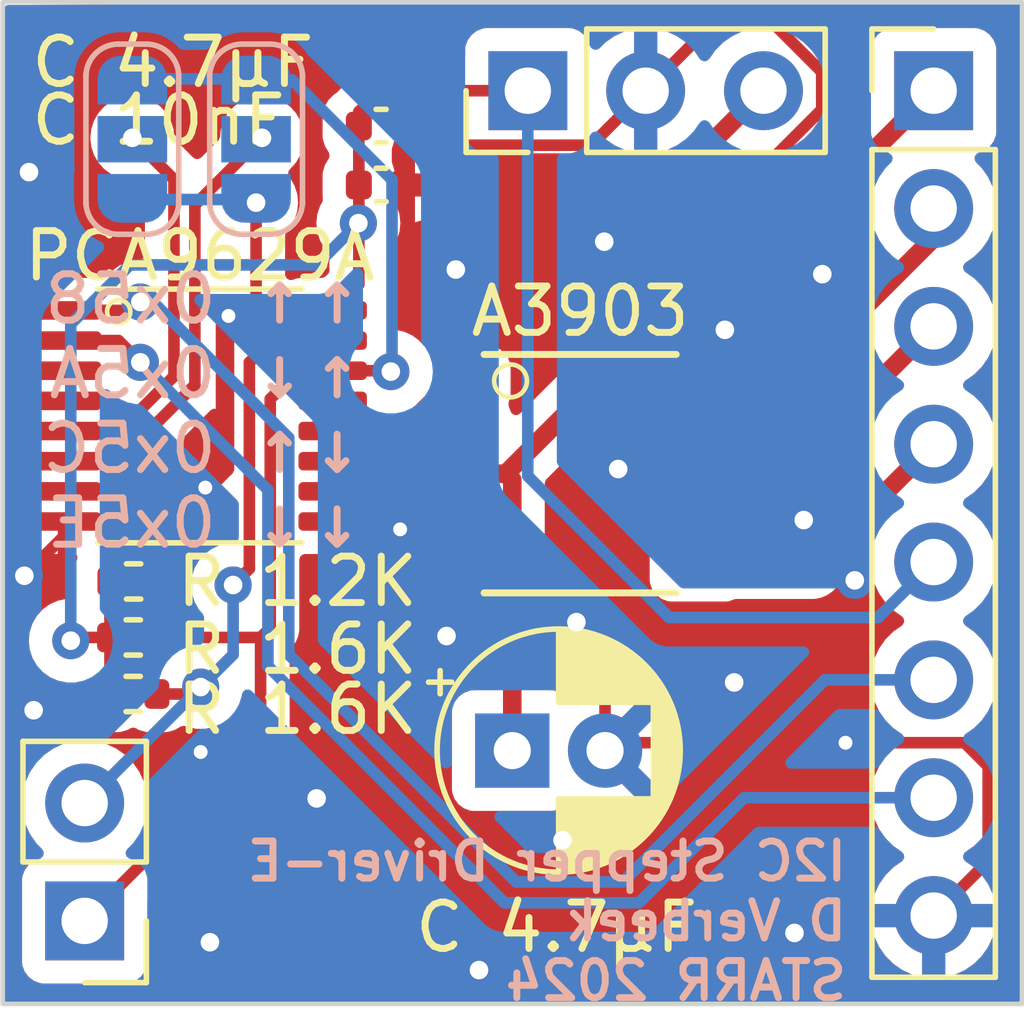
<source format=kicad_pcb>
(kicad_pcb (version 20240108) (generator "pcbnew") (generator_version "8.0")
  (layers (0 "F.Cu" signal) (31 "B.Cu" signal) (34 "B.Paste" user) (35 "F.Paste" user) (36 "B.SilkS" user "B.Silkscreen") (37 "F.SilkS" user "F.Silkscreen") (38 "B.Mask" user) (39 "F.Mask" user) (44 "Edge.Cuts" user))
  (net 0 "")
  (net 1 "+5V")
  (net 2 "GND")
  (net 3 "+12V")
  (net 4 "Net-(J1-Pin_1)")
  (net 5 "Net-(J1-Pin_2)")
  (net 6 "Net-(J1-Pin_3)")
  (net 7 "Net-(J1-Pin_4)")
  (net 8 "Net-(J1-Pin_6)")
  (net 9 "Net-(J1-Pin_7)")
  (net 10 "I2C_SCL")
  (net 11 "I2C_SDA")
  (net 12 "Net-(U1-RESET)")
  (net 15 "Net-(U1-OUT3)")
  (net 16 "Net-(U1-OUT2)")
  (net 17 "Net-(U1-OUT1)")
  (net 18 "Net-(U1-OUT0)")
  (net 20 "Net-(JP1-C)")
  (net 21 "Net-(JP2-C)")
  (footprint "Package_SO:SSOP-10_3.9x4.9mm_P1.00mm" (layer "F.Cu") (at 68.58 25.4)
    (property "Reference" "A3903" (at 0 -3.5 0) (layer "F.SilkS"))
    (property "Value" "~" (hide yes))
    (fp_line (start -2.07 -2.57) (end 2.07 -2.57) (stroke (width 0.15)) (layer "F.SilkS"))
    (fp_line (start -2.07 2.57) (end 2.07 2.57) (stroke (width 0.15)) (layer "F.SilkS"))
    (fp_circle (center -1.5 -2) (end -1.75 -2.25) (stroke (width 0.1)) (fill none) (layer "F.SilkS"))
    (pad "1" smd rect (at -2.55 -2) (size 1.1 0.51) (layers "F.Cu" "F.Paste" "F.Mask") (net 18 "Net-(U1-OUT0)"))
    (pad "2" smd rect (at -2.55 -1) (size 1.1 0.51) (layers "F.Cu" "F.Paste" "F.Mask") (net 17 "Net-(U1-OUT1)"))
    (pad "3" smd rect (at -2.55 0) (size 1.1 0.51) (layers "F.Cu" "F.Paste" "F.Mask") (net 3 "+12V"))
    (pad "4" smd rect (at -2.55 1) (size 1.1 0.51) (layers "F.Cu" "F.Paste" "F.Mask") (net 16 "Net-(U1-OUT2)"))
    (pad "5" smd rect (at -2.55 2) (size 1.1 0.51) (layers "F.Cu" "F.Paste" "F.Mask") (net 15 "Net-(U1-OUT3)"))
    (pad "6" smd rect (at 2.55 2) (size 1.1 0.51) (layers "F.Cu" "F.Paste" "F.Mask") (net 7 "Net-(J1-Pin_4)"))
    (pad "7" smd rect (at 2.55 1) (size 1.1 0.51) (layers "F.Cu" "F.Paste" "F.Mask") (net 6 "Net-(J1-Pin_3)"))
    (pad "8" smd rect (at 2.55 0) (size 1.1 0.51) (layers "F.Cu" "F.Paste" "F.Mask") (net 2 "GND"))
    (pad "9" smd rect (at 2.55 -1) (size 1.1 0.51) (layers "F.Cu" "F.Paste" "F.Mask") (net 5 "Net-(J1-Pin_2)"))
    (pad "10" smd rect (at 2.55 -2) (size 1.1 0.51) (layers "F.Cu" "F.Paste" "F.Mask") (net 4 "Net-(J1-Pin_1)"))
  )
  (footprint "Resistor_SMD:R_0402_1005Metric" (layer "F.Cu") (at 58.9554 27.723)
    (property "Reference" "R 1.2K" (at 3.5286 0 180) (layer "F.SilkS"))
    (property "Value" "1.2k" (hide yes))
    (fp_line (start -0.153641 -0.38) (end 0.153641 -0.38) (stroke (width 0.12)) (layer "F.SilkS"))
    (fp_line (start -0.153641 0.38) (end 0.153641 0.38) (stroke (width 0.12)) (layer "F.SilkS"))
    (pad "1" smd roundrect (at -0.51 0) (size 0.54 0.64) (layers "F.Cu" "F.Paste" "F.Mask") (net 1 "+5V"))
    (pad "2" smd roundrect (at 0.51 0) (size 0.54 0.64) (layers "F.Cu" "F.Paste" "F.Mask") (net 12 "Net-(U1-RESET)"))
  )
  (footprint "Capacitor_THT:CP_Radial_D5.0mm_P2.00mm" (layer "F.Cu") (at 67.116888 31.369)
    (property "Reference" "C 4.7µF" (at 0.955112 3.81 0) (layer "F.SilkS"))
    (property "Value" "4.7 μF" (hide yes))
    (fp_line (start -1.804775 -1.475) (end -1.304775 -1.475) (stroke (width 0.12)) (layer "F.SilkS"))
    (fp_line (start -1.554775 -1.725) (end -1.554775 -1.225) (stroke (width 0.12)) (layer "F.SilkS"))
    (fp_line (start 1 -2.58) (end 1 -1.04) (stroke (width 0.12)) (layer "F.SilkS"))
    (fp_line (start 1 1.04) (end 1 2.58) (stroke (width 0.12)) (layer "F.SilkS"))
    (fp_line (start 1.04 -2.58) (end 1.04 -1.04) (stroke (width 0.12)) (layer "F.SilkS"))
    (fp_line (start 1.04 1.04) (end 1.04 2.58) (stroke (width 0.12)) (layer "F.SilkS"))
    (fp_line (start 1.08 -2.579) (end 1.08 -1.04) (stroke (width 0.12)) (layer "F.SilkS"))
    (fp_line (start 1.08 1.04) (end 1.08 2.579) (stroke (width 0.12)) (layer "F.SilkS"))
    (fp_line (start 1.12 -2.578) (end 1.12 -1.04) (stroke (width 0.12)) (layer "F.SilkS"))
    (fp_line (start 1.12 1.04) (end 1.12 2.578) (stroke (width 0.12)) (layer "F.SilkS"))
    (fp_line (start 1.16 -2.576) (end 1.16 -1.04) (stroke (width 0.12)) (layer "F.SilkS"))
    (fp_line (start 1.16 1.04) (end 1.16 2.576) (stroke (width 0.12)) (layer "F.SilkS"))
    (fp_line (start 1.2 -2.573) (end 1.2 -1.04) (stroke (width 0.12)) (layer "F.SilkS"))
    (fp_line (start 1.2 1.04) (end 1.2 2.573) (stroke (width 0.12)) (layer "F.SilkS"))
    (fp_line (start 1.24 -2.569) (end 1.24 -1.04) (stroke (width 0.12)) (layer "F.SilkS"))
    (fp_line (start 1.24 1.04) (end 1.24 2.569) (stroke (width 0.12)) (layer "F.SilkS"))
    (fp_line (start 1.28 -2.565) (end 1.28 -1.04) (stroke (width 0.12)) (layer "F.SilkS"))
    (fp_line (start 1.28 1.04) (end 1.28 2.565) (stroke (width 0.12)) (layer "F.SilkS"))
    (fp_line (start 1.32 -2.561) (end 1.32 -1.04) (stroke (width 0.12)) (layer "F.SilkS"))
    (fp_line (start 1.32 1.04) (end 1.32 2.561) (stroke (width 0.12)) (layer "F.SilkS"))
    (fp_line (start 1.36 -2.556) (end 1.36 -1.04) (stroke (width 0.12)) (layer "F.SilkS"))
    (fp_line (start 1.36 1.04) (end 1.36 2.556) (stroke (width 0.12)) (layer "F.SilkS"))
    (fp_line (start 1.4 -2.55) (end 1.4 -1.04) (stroke (width 0.12)) (layer "F.SilkS"))
    (fp_line (start 1.4 1.04) (end 1.4 2.55) (stroke (width 0.12)) (layer "F.SilkS"))
    (fp_line (start 1.44 -2.543) (end 1.44 -1.04) (stroke (width 0.12)) (layer "F.SilkS"))
    (fp_line (start 1.44 1.04) (end 1.44 2.543) (stroke (width 0.12)) (layer "F.SilkS"))
    (fp_line (start 1.48 -2.536) (end 1.48 -1.04) (stroke (width 0.12)) (layer "F.SilkS"))
    (fp_line (start 1.48 1.04) (end 1.48 2.536) (stroke (width 0.12)) (layer "F.SilkS"))
    (fp_line (start 1.52 -2.528) (end 1.52 -1.04) (stroke (width 0.12)) (layer "F.SilkS"))
    (fp_line (start 1.52 1.04) (end 1.52 2.528) (stroke (width 0.12)) (layer "F.SilkS"))
    (fp_line (start 1.56 -2.52) (end 1.56 -1.04) (stroke (width 0.12)) (layer "F.SilkS"))
    (fp_line (start 1.56 1.04) (end 1.56 2.52) (stroke (width 0.12)) (layer "F.SilkS"))
    (fp_line (start 1.6 -2.511) (end 1.6 -1.04) (stroke (width 0.12)) (layer "F.SilkS"))
    (fp_line (start 1.6 1.04) (end 1.6 2.511) (stroke (width 0.12)) (layer "F.SilkS"))
    (fp_line (start 1.64 -2.501) (end 1.64 -1.04) (stroke (width 0.12)) (layer "F.SilkS"))
    (fp_line (start 1.64 1.04) (end 1.64 2.501) (stroke (width 0.12)) (layer "F.SilkS"))
    (fp_line (start 1.68 -2.491) (end 1.68 -1.04) (stroke (width 0.12)) (layer "F.SilkS"))
    (fp_line (start 1.68 1.04) (end 1.68 2.491) (stroke (width 0.12)) (layer "F.SilkS"))
    (fp_line (start 1.721 -2.48) (end 1.721 -1.04) (stroke (width 0.12)) (layer "F.SilkS"))
    (fp_line (start 1.721 1.04) (end 1.721 2.48) (stroke (width 0.12)) (layer "F.SilkS"))
    (fp_line (start 1.761 -2.468) (end 1.761 -1.04) (stroke (width 0.12)) (layer "F.SilkS"))
    (fp_line (start 1.761 1.04) (end 1.761 2.468) (stroke (width 0.12)) (layer "F.SilkS"))
    (fp_line (start 1.801 -2.455) (end 1.801 -1.04) (stroke (width 0.12)) (layer "F.SilkS"))
    (fp_line (start 1.801 1.04) (end 1.801 2.455) (stroke (width 0.12)) (layer "F.SilkS"))
    (fp_line (start 1.841 -2.442) (end 1.841 -1.04) (stroke (width 0.12)) (layer "F.SilkS"))
    (fp_line (start 1.841 1.04) (end 1.841 2.442) (stroke (width 0.12)) (layer "F.SilkS"))
    (fp_line (start 1.881 -2.428) (end 1.881 -1.04) (stroke (width 0.12)) (layer "F.SilkS"))
    (fp_line (start 1.881 1.04) (end 1.881 2.428) (stroke (width 0.12)) (layer "F.SilkS"))
    (fp_line (start 1.921 -2.414) (end 1.921 -1.04) (stroke (width 0.12)) (layer "F.SilkS"))
    (fp_line (start 1.921 1.04) (end 1.921 2.414) (stroke (width 0.12)) (layer "F.SilkS"))
    (fp_line (start 1.961 -2.398) (end 1.961 -1.04) (stroke (width 0.12)) (layer "F.SilkS"))
    (fp_line (start 1.961 1.04) (end 1.961 2.398) (stroke (width 0.12)) (layer "F.SilkS"))
    (fp_line (start 2.001 -2.382) (end 2.001 -1.04) (stroke (width 0.12)) (layer "F.SilkS"))
    (fp_line (start 2.001 1.04) (end 2.001 2.382) (stroke (width 0.12)) (layer "F.SilkS"))
    (fp_line (start 2.041 -2.365) (end 2.041 -1.04) (stroke (width 0.12)) (layer "F.SilkS"))
    (fp_line (start 2.041 1.04) (end 2.041 2.365) (stroke (width 0.12)) (layer "F.SilkS"))
    (fp_line (start 2.081 -2.348) (end 2.081 -1.04) (stroke (width 0.12)) (layer "F.SilkS"))
    (fp_line (start 2.081 1.04) (end 2.081 2.348) (stroke (width 0.12)) (layer "F.SilkS"))
    (fp_line (start 2.121 -2.329) (end 2.121 -1.04) (stroke (width 0.12)) (layer "F.SilkS"))
    (fp_line (start 2.121 1.04) (end 2.121 2.329) (stroke (width 0.12)) (layer "F.SilkS"))
    (fp_line (start 2.161 -2.31) (end 2.161 -1.04) (stroke (width 0.12)) (layer "F.SilkS"))
    (fp_line (start 2.161 1.04) (end 2.161 2.31) (stroke (width 0.12)) (layer "F.SilkS"))
    (fp_line (start 2.201 -2.29) (end 2.201 -1.04) (stroke (width 0.12)) (layer "F.SilkS"))
    (fp_line (start 2.201 1.04) (end 2.201 2.29) (stroke (width 0.12)) (layer "F.SilkS"))
    (fp_line (start 2.241 -2.268) (end 2.241 -1.04) (stroke (width 0.12)) (layer "F.SilkS"))
    (fp_line (start 2.241 1.04) (end 2.241 2.268) (stroke (width 0.12)) (layer "F.SilkS"))
    (fp_line (start 2.281 -2.247) (end 2.281 -1.04) (stroke (width 0.12)) (layer "F.SilkS"))
    (fp_line (start 2.281 1.04) (end 2.281 2.247) (stroke (width 0.12)) (layer "F.SilkS"))
    (fp_line (start 2.321 -2.224) (end 2.321 -1.04) (stroke (width 0.12)) (layer "F.SilkS"))
    (fp_line (start 2.321 1.04) (end 2.321 2.224) (stroke (width 0.12)) (layer "F.SilkS"))
    (fp_line (start 2.361 -2.2) (end 2.361 -1.04) (stroke (width 0.12)) (layer "F.SilkS"))
    (fp_line (start 2.361 1.04) (end 2.361 2.2) (stroke (width 0.12)) (layer "F.SilkS"))
    (fp_line (start 2.401 -2.175) (end 2.401 -1.04) (stroke (width 0.12)) (layer "F.SilkS"))
    (fp_line (start 2.401 1.04) (end 2.401 2.175) (stroke (width 0.12)) (layer "F.SilkS"))
    (fp_line (start 2.441 -2.149) (end 2.441 -1.04) (stroke (width 0.12)) (layer "F.SilkS"))
    (fp_line (start 2.441 1.04) (end 2.441 2.149) (stroke (width 0.12)) (layer "F.SilkS"))
    (fp_line (start 2.481 -2.122) (end 2.481 -1.04) (stroke (width 0.12)) (layer "F.SilkS"))
    (fp_line (start 2.481 1.04) (end 2.481 2.122) (stroke (width 0.12)) (layer "F.SilkS"))
    (fp_line (start 2.521 -2.095) (end 2.521 -1.04) (stroke (width 0.12)) (layer "F.SilkS"))
    (fp_line (start 2.521 1.04) (end 2.521 2.095) (stroke (width 0.12)) (layer "F.SilkS"))
    (fp_line (start 2.561 -2.065) (end 2.561 -1.04) (stroke (width 0.12)) (layer "F.SilkS"))
    (fp_line (start 2.561 1.04) (end 2.561 2.065) (stroke (width 0.12)) (layer "F.SilkS"))
    (fp_line (start 2.601 -2.035) (end 2.601 -1.04) (stroke (width 0.12)) (layer "F.SilkS"))
    (fp_line (start 2.601 1.04) (end 2.601 2.035) (stroke (width 0.12)) (layer "F.SilkS"))
    (fp_line (start 2.641 -2.004) (end 2.641 -1.04) (stroke (width 0.12)) (layer "F.SilkS"))
    (fp_line (start 2.641 1.04) (end 2.641 2.004) (stroke (width 0.12)) (layer "F.SilkS"))
    (fp_line (start 2.681 -1.971) (end 2.681 -1.04) (stroke (width 0.12)) (layer "F.SilkS"))
    (fp_line (start 2.681 1.04) (end 2.681 1.971) (stroke (width 0.12)) (layer "F.SilkS"))
    (fp_line (start 2.721 -1.937) (end 2.721 -1.04) (stroke (width 0.12)) (layer "F.SilkS"))
    (fp_line (start 2.721 1.04) (end 2.721 1.937) (stroke (width 0.12)) (layer "F.SilkS"))
    (fp_line (start 2.761 -1.901) (end 2.761 -1.04) (stroke (width 0.12)) (layer "F.SilkS"))
    (fp_line (start 2.761 1.04) (end 2.761 1.901) (stroke (width 0.12)) (layer "F.SilkS"))
    (fp_line (start 2.801 -1.864) (end 2.801 -1.04) (stroke (width 0.12)) (layer "F.SilkS"))
    (fp_line (start 2.801 1.04) (end 2.801 1.864) (stroke (width 0.12)) (layer "F.SilkS"))
    (fp_line (start 2.841 -1.826) (end 2.841 -1.04) (stroke (width 0.12)) (layer "F.SilkS"))
    (fp_line (start 2.841 1.04) (end 2.841 1.826) (stroke (width 0.12)) (layer "F.SilkS"))
    (fp_line (start 2.881 -1.785) (end 2.881 -1.04) (stroke (width 0.12)) (layer "F.SilkS"))
    (fp_line (start 2.881 1.04) (end 2.881 1.785) (stroke (width 0.12)) (layer "F.SilkS"))
    (fp_line (start 2.921 -1.743) (end 2.921 -1.04) (stroke (width 0.12)) (layer "F.SilkS"))
    (fp_line (start 2.921 1.04) (end 2.921 1.743) (stroke (width 0.12)) (layer "F.SilkS"))
    (fp_line (start 2.961 -1.699) (end 2.961 -1.04) (stroke (width 0.12)) (layer "F.SilkS"))
    (fp_line (start 2.961 1.04) (end 2.961 1.699) (stroke (width 0.12)) (layer "F.SilkS"))
    (fp_line (start 3.001 -1.653) (end 3.001 -1.04) (stroke (width 0.12)) (layer "F.SilkS"))
    (fp_line (start 3.001 1.04) (end 3.001 1.653) (stroke (width 0.12)) (layer "F.SilkS"))
    (fp_line (start 3.041 -1.605) (end 3.041 1.605) (stroke (width 0.12)) (layer "F.SilkS"))
    (fp_line (start 3.081 -1.554) (end 3.081 1.554) (stroke (width 0.12)) (layer "F.SilkS"))
    (fp_line (start 3.121 -1.5) (end 3.121 1.5) (stroke (width 0.12)) (layer "F.SilkS"))
    (fp_line (start 3.161 -1.443) (end 3.161 1.443) (stroke (width 0.12)) (layer "F.SilkS"))
    (fp_line (start 3.201 -1.383) (end 3.201 1.383) (stroke (width 0.12)) (layer "F.SilkS"))
    (fp_line (start 3.241 -1.319) (end 3.241 1.319) (stroke (width 0.12)) (layer "F.SilkS"))
    (fp_line (start 3.281 -1.251) (end 3.281 1.251) (stroke (width 0.12)) (layer "F.SilkS"))
    (fp_line (start 3.321 -1.178) (end 3.321 1.178) (stroke (width 0.12)) (layer "F.SilkS"))
    (fp_line (start 3.361 -1.098) (end 3.361 1.098) (stroke (width 0.12)) (layer "F.SilkS"))
    (fp_line (start 3.401 -1.011) (end 3.401 1.011) (stroke (width 0.12)) (layer "F.SilkS"))
    (fp_line (start 3.441 -0.915) (end 3.441 0.915) (stroke (width 0.12)) (layer "F.SilkS"))
    (fp_line (start 3.481 -0.805) (end 3.481 0.805) (stroke (width 0.12)) (layer "F.SilkS"))
    (fp_line (start 3.521 -0.677) (end 3.521 0.677) (stroke (width 0.12)) (layer "F.SilkS"))
    (fp_line (start 3.561 -0.518) (end 3.561 0.518) (stroke (width 0.12)) (layer "F.SilkS"))
    (fp_line (start 3.601 -0.284) (end 3.601 0.284) (stroke (width 0.12)) (layer "F.SilkS"))
    (fp_circle (center 1 0) (end 3.62 0) (stroke (width 0.12)) (fill none) (layer "F.SilkS"))
    (pad "1" thru_hole rect (at 0 0) (size 1.6 1.6) (drill 0.8) (layers "*.Cu" "*.Mask") (net 3 "+12V"))
    (pad "2" thru_hole circle (at 2 0) (size 1.6 1.6) (drill 0.8) (layers "*.Cu" "*.Mask") (net 2 "GND"))
  )
  (footprint "Connector_PinHeader_2.54mm:PinHeader_1x03_P2.54mm_Vertical" (layer "F.Cu") (at 67.452 17.145 90)
    (property "Reference" "J3" (hide yes))
    (property "Value" "Conn_01x03_Pin" (hide yes))
    (fp_line (start -1.33 -1.33) (end 0 -1.33) (stroke (width 0.12)) (layer "F.SilkS"))
    (fp_line (start -1.33 0) (end -1.33 -1.33) (stroke (width 0.12)) (layer "F.SilkS"))
    (fp_line (start 1.33 1.27) (end 1.33 6.41) (stroke (width 0.12)) (layer "F.SilkS"))
    (fp_line (start -1.33 1.27) (end 1.33 1.27) (stroke (width 0.12)) (layer "F.SilkS"))
    (fp_line (start -1.33 1.27) (end -1.33 6.41) (stroke (width 0.12)) (layer "F.SilkS"))
    (fp_line (start -1.33 6.41) (end 1.33 6.41) (stroke (width 0.12)) (layer "F.SilkS"))
    (pad "1" thru_hole rect (at 0 0 90) (size 1.7 1.7) (drill 1) (layers "*.Cu" "*.Mask") (net 1 "+5V"))
    (pad "2" thru_hole oval (at 0 2.54 90) (size 1.7 1.7) (drill 1) (layers "*.Cu" "*.Mask") (net 2 "GND"))
    (pad "3" thru_hole oval (at 0 5.08 90) (size 1.7 1.7) (drill 1) (layers "*.Cu" "*.Mask") (net 3 "+12V"))
  )
  (footprint "Package_SO:TSSOP-16_4.4x5mm_P0.65mm" (layer "F.Cu") (at 60.3835 24.156)
    (property "Reference" "PCA9629A" (at 0 -3.45 0) (layer "F.SilkS"))
    (property "Value" "~" (hide yes))
    (fp_line (start 0 -2.735) (end -2.2 -2.735) (stroke (width 0.12)) (layer "F.SilkS"))
    (fp_line (start 0 -2.735) (end 2.2 -2.735) (stroke (width 0.12)) (layer "F.SilkS"))
    (fp_line (start 0 2.735) (end -2.2 2.735) (stroke (width 0.12)) (layer "F.SilkS"))
    (fp_line (start 0 2.735) (end 2.2 2.735) (stroke (width 0.12)) (layer "F.SilkS"))
    (fp_circle (center -1.75 -2.25) (end -1.5 -2.25) (stroke (width 0.1)) (fill none) (layer "F.SilkS"))
    (pad "1" smd roundrect (at -2.8625 -2.275) (size 1.475 0.4) (layers "F.Cu" "F.Paste" "F.Mask") (net 8 "Net-(J1-Pin_6)"))
    (pad "2" smd roundrect (at -2.8625 -1.625) (size 1.475 0.4) (layers "F.Cu" "F.Paste" "F.Mask") (net 9 "Net-(J1-Pin_7)"))
    (pad "3" smd roundrect (at -2.8625 -0.975) (size 1.475 0.4) (layers "F.Cu" "F.Paste" "F.Mask"))
    (pad "4" smd roundrect (at -2.8625 -0.325) (size 1.475 0.4) (layers "F.Cu" "F.Paste" "F.Mask"))
    (pad "5" smd roundrect (at -2.8625 0.325) (size 1.475 0.4) (layers "F.Cu" "F.Paste" "F.Mask") (net 21 "Net-(JP2-C)"))
    (pad "6" smd roundrect (at -2.8625 0.975) (size 1.475 0.4) (layers "F.Cu" "F.Paste" "F.Mask") (net 20 "Net-(JP1-C)"))
    (pad "7" smd roundrect (at -2.8625 1.625) (size 1.475 0.4) (layers "F.Cu" "F.Paste" "F.Mask") (net 12 "Net-(U1-RESET)"))
    (pad "8" smd roundrect (at -2.8625 2.275) (size 1.475 0.4) (layers "F.Cu" "F.Paste" "F.Mask") (net 2 "GND"))
    (pad "9" smd roundrect (at 2.8625 2.275) (size 1.475 0.4) (layers "F.Cu" "F.Paste" "F.Mask") (net 15 "Net-(U1-OUT3)"))
    (pad "10" smd roundrect (at 2.8625 1.625) (size 1.475 0.4) (layers "F.Cu" "F.Paste" "F.Mask") (net 16 "Net-(U1-OUT2)"))
    (pad "11" smd roundrect (at 2.8625 0.975) (size 1.475 0.4) (layers "F.Cu" "F.Paste" "F.Mask") (net 17 "Net-(U1-OUT1)"))
    (pad "12" smd roundrect (at 2.8625 0.325) (size 1.475 0.4) (layers "F.Cu" "F.Paste" "F.Mask") (net 18 "Net-(U1-OUT0)"))
    (pad "13" smd roundrect (at 2.8625 -0.325) (size 1.475 0.4) (layers "F.Cu" "F.Paste" "F.Mask"))
    (pad "14" smd roundrect (at 2.8625 -0.975) (size 1.475 0.4) (layers "F.Cu" "F.Paste" "F.Mask") (net 10 "I2C_SCL"))
    (pad "15" smd roundrect (at 2.8625 -1.625) (size 1.475 0.4) (layers "F.Cu" "F.Paste" "F.Mask") (net 11 "I2C_SDA"))
    (pad "16" smd roundrect (at 2.8625 -2.275) (size 1.475 0.4) (layers "F.Cu" "F.Paste" "F.Mask") (net 1 "+5V"))
  )
  (footprint "Capacitor_SMD:C_0402_1005Metric" (layer "F.Cu") (at 64.29 19.177)
    (property "Reference" "C 10nF" (at -4.79838 -1.397 0) (layer "F.SilkS"))
    (property "Value" "0.01 μF" (hide yes))
    (fp_line (start -0.107836 -0.36) (end 0.107836 -0.36) (stroke (width 0.12)) (layer "F.SilkS"))
    (fp_line (start -0.107836 0.36) (end 0.107836 0.36) (stroke (width 0.12)) (layer "F.SilkS"))
    (pad "1" smd roundrect (at -0.48 0) (size 0.56 0.62) (layers "F.Cu" "F.Paste" "F.Mask") (net 1 "+5V"))
    (pad "2" smd roundrect (at 0.48 0) (size 0.56 0.62) (layers "F.Cu" "F.Paste" "F.Mask") (net 2 "GND"))
  )
  (footprint "Connector_PinHeader_2.54mm:PinHeader_1x08_P2.54mm_Vertical" (layer "F.Cu") (at 76.2 17.145)
    (property "Reference" "J1" (hide yes))
    (property "Value" "Conn_02x04_Counter_Clockwise" (hide yes))
    (fp_line (start -1.33 -1.33) (end 0 -1.33) (stroke (width 0.12)) (layer "F.SilkS"))
    (fp_line (start -1.33 0) (end -1.33 -1.33) (stroke (width 0.12)) (layer "F.SilkS"))
    (fp_line (start -1.33 1.27) (end -1.33 19.11) (stroke (width 0.12)) (layer "F.SilkS"))
    (fp_line (start -1.33 1.27) (end 1.33 1.27) (stroke (width 0.12)) (layer "F.SilkS"))
    (fp_line (start -1.33 19.11) (end 1.33 19.11) (stroke (width 0.12)) (layer "F.SilkS"))
    (fp_line (start 1.33 1.27) (end 1.33 19.11) (stroke (width 0.12)) (layer "F.SilkS"))
    (pad "1" thru_hole rect (at 0 0) (size 1.7 1.7) (drill 1) (layers "*.Cu" "*.Mask") (net 4 "Net-(J1-Pin_1)"))
    (pad "2" thru_hole oval (at 0 2.54) (size 1.7 1.7) (drill 1) (layers "*.Cu" "*.Mask") (net 5 "Net-(J1-Pin_2)"))
    (pad "3" thru_hole oval (at 0 5.08) (size 1.7 1.7) (drill 1) (layers "*.Cu" "*.Mask") (net 6 "Net-(J1-Pin_3)"))
    (pad "4" thru_hole oval (at 0 7.62) (size 1.7 1.7) (drill 1) (layers "*.Cu" "*.Mask") (net 7 "Net-(J1-Pin_4)"))
    (pad "5" thru_hole oval (at 0 10.16) (size 1.7 1.7) (drill 1) (layers "*.Cu" "*.Mask") (net 1 "+5V"))
    (pad "6" thru_hole oval (at 0 12.7) (size 1.7 1.7) (drill 1) (layers "*.Cu" "*.Mask") (net 8 "Net-(J1-Pin_6)"))
    (pad "7" thru_hole oval (at 0 15.24) (size 1.7 1.7) (drill 1) (layers "*.Cu" "*.Mask") (net 9 "Net-(J1-Pin_7)"))
    (pad "8" thru_hole oval (at 0 17.78) (size 1.7 1.7) (drill 1) (layers "*.Cu" "*.Mask") (net 2 "GND"))
  )
  (footprint "Capacitor_SMD:C_0402_1005Metric" (layer "F.Cu") (at 64.29 17.907)
    (property "Reference" "C 4.7µF" (at -4.488857 -1.3716 0) (layer "F.SilkS"))
    (property "Value" "4.7 μF" (hide yes))
    (fp_line (start -0.107836 -0.36) (end 0.107836 -0.36) (stroke (width 0.12)) (layer "F.SilkS"))
    (fp_line (start -0.107836 0.36) (end 0.107836 0.36) (stroke (width 0.12)) (layer "F.SilkS"))
    (pad "1" smd roundrect (at -0.48 0) (size 0.56 0.62) (layers "F.Cu" "F.Paste" "F.Mask") (net 1 "+5V"))
    (pad "2" smd roundrect (at 0.48 0) (size 0.56 0.62) (layers "F.Cu" "F.Paste" "F.Mask") (net 2 "GND"))
  )
  (footprint "Resistor_SMD:R_0402_1005Metric" (layer "F.Cu") (at 58.9477 28.9306 180)
    (property "Reference" "R 1.6K" (at -3.5363 -0.254 0) (layer "F.SilkS"))
    (property "Value" "1.6k" (hide yes))
    (fp_line (start -0.153641 0.38) (end 0.153641 0.38) (stroke (width 0.12)) (layer "F.SilkS"))
    (fp_line (start -0.153641 -0.38) (end 0.153641 -0.38) (stroke (width 0.12)) (layer "F.SilkS"))
    (pad "1" smd roundrect (at -0.51 0 180) (size 0.54 0.64) (layers "F.Cu" "F.Paste" "F.Mask") (net 10 "I2C_SCL"))
    (pad "2" smd roundrect (at 0.51 0 180) (size 0.54 0.64) (layers "F.Cu" "F.Paste" "F.Mask") (net 1 "+5V"))
  )
  (footprint "Connector_PinHeader_2.54mm:PinHeader_1x02_P2.54mm_Vertical" (layer "F.Cu") (at 57.9 35.04 180)
    (property "Reference" "J2" (hide yes))
    (property "Value" "Conn_01x02_Pin" (hide yes))
    (fp_line (start 1.33 1.27) (end 1.33 3.87) (stroke (width 0.12)) (layer "F.SilkS"))
    (fp_line (start -1.33 3.87) (end 1.33 3.87) (stroke (width 0.12)) (layer "F.SilkS"))
    (fp_line (start -1.33 1.27) (end 1.33 1.27) (stroke (width 0.12)) (layer "F.SilkS"))
    (fp_line (start -1.33 1.27) (end -1.33 3.87) (stroke (width 0.12)) (layer "F.SilkS"))
    (fp_line (start -1.33 0) (end -1.33 -1.33) (stroke (width 0.12)) (layer "F.SilkS"))
    (fp_line (start -1.33 -1.33) (end 0 -1.33) (stroke (width 0.12)) (layer "F.SilkS"))
    (pad "1" thru_hole rect (at 0 0 180) (size 1.7 1.7) (drill 1) (layers "*.Cu" "*.Mask") (net 10 "I2C_SCL"))
    (pad "2" thru_hole oval (at 0 2.54 180) (size 1.7 1.7) (drill 1) (layers "*.Cu" "*.Mask") (net 11 "I2C_SDA"))
  )
  (footprint "Resistor_SMD:R_0402_1005Metric" (layer "F.Cu") (at 58.9457 30.1498)
    (property "Reference" "R 1.6K" (at 3.5383 0.3302 0) (layer "F.SilkS"))
    (property "Value" "1.6k" (hide yes))
    (fp_line (start -0.153641 -0.38) (end 0.153641 -0.38) (stroke (width 0.12)) (layer "F.SilkS"))
    (fp_line (start -0.153641 0.38) (end 0.153641 0.38) (stroke (width 0.12)) (layer "F.SilkS"))
    (pad "1" smd roundrect (at -0.51 0) (size 0.54 0.64) (layers "F.Cu" "F.Paste" "F.Mask") (net 1 "+5V"))
    (pad "2" smd roundrect (at 0.51 0) (size 0.54 0.64) (layers "F.Cu" "F.Paste" "F.Mask") (net 11 "I2C_SDA"))
  )
  (footprint "Jumper:SolderJumper-3_P1.3mm_Open_RoundedPad1.0x1.5mm_NumberLabels" (layer "B.Cu") (at 61.595 18.191 90)
    (property "Reference" "JP1" (hide yes))
    (property "Value" "SolderJumper_3_Open" (hide yes))
    (fp_line (start -1.4 -1) (end 1.4 -1) (stroke (width 0.12)) (layer "B.SilkS"))
    (fp_line (start 2.05 -0.3) (end 2.05 0.3) (stroke (width 0.12)) (layer "B.SilkS"))
    (fp_line (start -2.05 0.3) (end -2.05 -0.3) (stroke (width 0.12)) (layer "B.SilkS"))
    (fp_line (start 1.4 1) (end -1.4 1) (stroke (width 0.12)) (layer "B.SilkS"))
    (fp_arc (start 1.35 -1) (mid 1.844975 -0.794975) (end 2.05 -0.3) (stroke (width 0.12)) (layer "B.SilkS"))
    (fp_arc (start -2.05 -0.3) (mid -1.844975 -0.794975) (end -1.35 -1) (stroke (width 0.12)) (layer "B.SilkS"))
    (fp_arc (start 2.05 0.3) (mid 1.844975 0.794975) (end 1.35 1) (stroke (width 0.12)) (layer "B.SilkS"))
    (fp_arc (start -1.35 1) (mid -1.844975 0.794975) (end -2.05 0.3) (stroke (width 0.12)) (layer "B.SilkS"))
    (pad "1" smd custom (at -1.3 0 90) (size 1 0.5) (layers "B.Cu" "B.Mask") (net 11 "I2C_SDA") (options (clearance outline) (anchor rect)) (primitives (gr_circle (center 0 -0.25) (end 0.5 -0.25) (width 0) (fill yes)) (gr_circle (center 0 0.25) (end 0.5 0.25) (width 0) (fill yes)) (gr_poly (pts (xy 0.55 -0.75) (xy 0 -0.75) (xy 0 0.75) (xy 0.55 0.75)) (width 0) (fill yes))))
    (pad "2" smd rect (at 0 0 90) (size 1 1.5) (layers "B.Cu" "B.Mask") (net 20 "Net-(JP1-C)"))
    (pad "3" smd custom (at 1.3 0 90) (size 1 0.5) (layers "B.Cu" "B.Mask") (net 10 "I2C_SCL") (options (clearance outline) (anchor rect)) (primitives (gr_circle (center 0 -0.25) (end 0.5 -0.25) (width 0) (fill yes)) (gr_circle (center 0 0.25) (end 0.5 0.25) (width 0) (fill yes)) (gr_poly (pts (xy 0 -0.75) (xy -0.55 -0.75) (xy -0.55 0.75) (xy 0 0.75)) (width 0) (fill yes))))
  )
  (footprint "Jumper:SolderJumper-3_P1.3mm_Open_RoundedPad1.0x1.5mm_NumberLabels" (layer "B.Cu") (at 58.928 18.191 -90)
    (property "Reference" "JP2" (hide yes))
    (property "Value" "SolderJumper_3_Open" (hide yes))
    (fp_line (start 1.4 1) (end -1.4 1) (stroke (width 0.12)) (layer "B.SilkS"))
    (fp_line (start -2.05 0.3) (end -2.05 -0.3) (stroke (width 0.12)) (layer "B.SilkS"))
    (fp_line (start 2.05 -0.3) (end 2.05 0.3) (stroke (width 0.12)) (layer "B.SilkS"))
    (fp_line (start -1.4 -1) (end 1.4 -1) (stroke (width 0.12)) (layer "B.SilkS"))
    (fp_arc (start -1.35 1) (mid -1.844975 0.794975) (end -2.05 0.3) (stroke (width 0.12)) (layer "B.SilkS"))
    (fp_arc (start 2.05 0.3) (mid 1.844975 0.794975) (end 1.35 1) (stroke (width 0.12)) (layer "B.SilkS"))
    (fp_arc (start -2.05 -0.3) (mid -1.844975 -0.794975) (end -1.35 -1) (stroke (width 0.12)) (layer "B.SilkS"))
    (fp_arc (start 1.35 -1) (mid 1.844975 -0.794975) (end 2.05 -0.3) (stroke (width 0.12)) (layer "B.SilkS"))
    (pad "1" smd custom (at -1.3 0 270) (size 1 0.5) (layers "B.Cu" "B.Mask") (net 10 "I2C_SCL") (options (clearance outline) (anchor rect)) (primitives (gr_circle (center 0 -0.25) (end 0.5 -0.25) (width 0) (fill yes)) (gr_circle (center 0 0.25) (end 0.5 0.25) (width 0) (fill yes)) (gr_poly (pts (xy 0.55 -0.75) (xy 0 -0.75) (xy 0 0.75) (xy 0.55 0.75)) (width 0) (fill yes))))
    (pad "2" smd rect (at 0 0 270) (size 1 1.5) (layers "B.Cu" "B.Mask") (net 21 "Net-(JP2-C)"))
    (pad "3" smd custom (at 1.3 0 270) (size 1 0.5) (layers "B.Cu" "B.Mask") (net 11 "I2C_SDA") (options (clearance outline) (anchor rect)) (primitives (gr_circle (center 0 -0.25) (end 0.5 -0.25) (width 0) (fill yes)) (gr_circle (center 0 0.25) (end 0.5 0.25) (width 0) (fill yes)) (gr_poly (pts (xy 0 -0.75) (xy -0.55 -0.75) (xy -0.55 0.75) (xy 0 0.75)) (width 0) (fill yes))))
  )
  (gr_rect (start 56.134 15.24) (end 78.105 36.83) (stroke (width 0.1)) (fill none) (layer "Edge.Cuts"))
  (gr_text "I2C Stepper Driver-E\nD Verbeek\nSTARR 2024" (at 74.4 36.8 0) (layer "B.SilkS") (effects (font (size 0.8 0.8)) (justify left bottom mirror)))
  (gr_text "↑↑ 0x58\n↑↓ 0x5A\n↓↑ 0x5C\n↓↓ 0x5E" (at 64.0588 27.051 0) (layer "B.SilkS") (effects (font (size 1 1)) (justify left bottom mirror)))
  (segment (start 58.4454 27.723) (end 58.4454 30.1401) (width 0.25) (layer "F.Cu") (net 1))
  (segment (start 63.81 21.317) (end 63.246 21.881) (width 0.25) (layer "F.Cu") (net 1))
  (segment (start 64.262001 17.145) (end 63.81 17.597001) (width 0.25) (layer "F.Cu") (net 1))
  (segment (start 63.81 20.01) (end 63.81 20.89) (width 0.25) (layer "F.Cu") (net 1))
  (segment (start 64.262001 17.145) (end 67.452 17.145) (width 0.25) (layer "F.Cu") (net 1))
  (segment (start 63.81 19.177) (end 63.81 19.99) (width 0.25) (layer "F.Cu") (net 1))
  (segment (start 63.81 20.91) (end 63.81 21.317) (width 0.25) (layer "F.Cu") (net 1))
  (segment (start 63.81 17.907) (end 63.81 19.177) (width 0.25) (layer "F.Cu") (net 1))
  (segment (start 63.8 20.9) (end 63.81 20.91) (width 0.25) (layer "F.Cu") (net 1))
  (segment (start 63.8 20) (end 63.81 20.01) (width 0.25) (layer "F.Cu") (net 1))
  (segment (start 63.81 20.89) (end 63.8 20.9) (width 0.25) (layer "F.Cu") (net 1))
  (segment (start 63.81 19.99) (end 63.8 20) (width 0.25) (layer "F.Cu") (net 1))
  (segment (start 57.6694 28.9306) (end 57.6 29) (width 0.25) (layer "F.Cu") (net 1))
  (segment (start 63.81 17.597001) (end 63.81 17.907) (width 0.25) (layer "F.Cu") (net 1))
  (segment (start 58.4377 28.9306) (end 57.6694 28.9306) (width 0.25) (layer "F.Cu") (net 1))
  (via (at 57.6 29) (size 0.8) (drill 0.4) (layers "F.Cu" "B.Cu") (net 1))
  (via (at 63.8 20) (size 0.8) (drill 0.4) (layers "F.Cu" "B.Cu") (net 1))
  (segment (start 57.6 22.174695) (end 57.6 29) (width 0.25) (layer "B.Cu") (net 1))
  (segment (start 58.874695 20.9) (end 62.9 20.9) (width 0.25) (layer "B.Cu") (net 1))
  (segment (start 62.9 20.9) (end 63.8 20) (width 0.25) (layer "B.Cu") (net 1))
  (segment (start 67.452 17.145) (end 67.452 25.452) (width 0.25) (layer "B.Cu") (net 1))
  (segment (start 70.5 28.5) (end 75.005 28.5) (width 0.25) (layer "B.Cu") (net 1))
  (segment (start 67.452 25.452) (end 70.5 28.5) (width 0.25) (layer "B.Cu") (net 1))
  (segment (start 58.874695 20.9) (end 57.6 22.174695) (width 0.25) (layer "B.Cu") (net 1))
  (segment (start 75.005 28.5) (end 76.2 27.305) (width 0.25) (layer "B.Cu") (net 1))
  (segment (start 71.643 15.494) (end 69.992 17.145) (width 0.25) (layer "F.Cu") (net 2))
  (segment (start 56.7 18.9) (end 56.3835 19.2165) (width 0.4) (layer "F.Cu") (net 2))
  (segment (start 56.4145 26.431) (end 56.3835 26.4) (width 0.25) (layer "F.Cu") (net 2))
  (segment (start 69.4 25.3) (end 69.4 25.362462) (width 0.25) (layer "F.Cu") (net 2))
  (segment (start 56.3835 19.2165) (end 56.3835 26.4) (width 0.4) (layer "F.Cu") (net 2))
  (segment (start 76.2 34.925) (end 77.375 33.75) (width 0.25) (layer "F.Cu") (net 2))
  (segment (start 57.521 26.431) (end 57.521 26.679) (width 0.25) (layer "F.Cu") (net 2))
  (segment (start 76.866701 31.2) (end 74.3 31.2) (width 0.25) (layer "F.Cu") (net 2))
  (segment (start 69.116888 25.72065) (end 69.116888 26.7) (width 0.25) (layer "F.Cu") (net 2))
  (segment (start 70.261231 22.861231) (end 71.755 21.367462) (width 0.25) (layer "F.Cu") (net 2))
  (segment (start 69.337538 25.3) (end 69.4 25.3) (width 0.25) (layer "F.Cu") (net 2))
  (segment (start 77.375 33.75) (end 77.375 31.708299) (width 0.25) (layer "F.Cu") (net 2))
  (segment (start 69.4 25.362462) (end 69.437538 25.4) (width 0.25) (layer "F.Cu") (net 2))
  (segment (start 60.925 22.075) (end 60.925 25.275) (width 0.4) (layer "F.Cu") (net 2))
  (segment (start 69.116888 26.7) (end 69.116888 31.369) (width 0.25) (layer "F.Cu") (net 2))
  (segment (start 57.521 26.431) (end 56.4145 26.431) (width 0.25) (layer "F.Cu") (net 2))
  (segment (start 56.3835 26.4) (end 56.3835 27.3835) (width 0.4) (layer "F.Cu") (net 2))
  (segment (start 65.183 18.32) (end 68.817 18.32) (width 0.25) (layer "F.Cu") (net 2))
  (segment (start 71.755 21.367462) (end 71.755 19.583701) (width 0.25) (layer "F.Cu") (net 2))
  (segment (start 64.77 17.907) (end 64.77 19.177) (width 0.25) (layer "F.Cu") (net 2))
  (segment (start 69.4 25.3) (end 69.4 24.7) (width 0.25) (layer "F.Cu") (net 2))
  (segment (start 69.4 24.7) (end 69.4 23.722462) (width 0.25) (layer "F.Cu") (net 2))
  (segment (start 70.822462 22.3) (end 70.261231 22.861231) (width 0.25) (layer "F.Cu") (net 2))
  (segment (start 69.437538 25.4) (end 71.13 25.4) (width 0.5) (layer "F.Cu") (net 2))
  (segment (start 56.3835 27.3835) (end 56.6 27.6) (width 0.4) (layer "F.Cu") (net 2))
  (segment (start 77.375 31.708299) (end 76.866701 31.2) (width 0.25) (layer "F.Cu") (net 2))
  (segment (start 61 22) (end 60.925 22.075) (width 0.4) (layer "F.Cu") (net 2))
  (segment (start 73.787 17.551701) (end 73.787 16.738299) (width 0.25) (layer "F.Cu") (net 2))
  (segment (start 71.755 19.583701) (end 73.787 17.551701) (width 0.25) (layer "F.Cu") (net 2))
  (segment (start 71.755 21.367462) (end 71.755 22.245) (width 0.25) (layer "F.Cu") (net 2))
  (segment (start 69.4 23.722462) (end 70.261231 22.861231) (width 0.25) (layer "F.Cu") (net 2))
  (segment (start 71.7 22.3) (end 70.822462 22.3) (width 0.25) (layer "F.Cu") (net 2))
  (segment (start 60.925 25.275) (end 60.5 25.7) (width 0.4) (layer "F.Cu") (net 2))
  (segment (start 73.787 16.738299) (end 72.542701 15.494) (width 0.25) (layer "F.Cu") (net 2))
  (segment (start 74.3 31.2) (end 69.285888 31.2) (width 0.25) (layer "F.Cu") (net 2))
  (segment (start 72.542701 15.494) (end 71.643 15.494) (width 0.25) (layer "F.Cu") (net 2))
  (segment (start 64.77 17.907) (end 65.183 18.32) (width 0.25) (layer "F.Cu") (net 2))
  (segment (start 68.817 18.32) (end 69.992 17.145) (width 0.25) (layer "F.Cu") (net 2))
  (segment (start 69.437538 25.4) (end 69.116888 25.72065) (width 0.25) (layer "F.Cu") (net 2))
  (segment (start 57.521 26.679) (end 56.6 27.6) (width 0.25) (layer "F.Cu") (net 2))
  (segment (start 71.755 22.245) (end 71.7 22.3) (width 0.25) (layer "F.Cu") (net 2))
  (via (at 60.5 25.7) (size 0.5) (drill 0.3) (layers "F.Cu" "B.Cu") (net 2))
  (via (at 73.4 26.4) (size 0.8) (drill 0.4) (layers "F.Cu" "B.Cu") (net 2))
  (via (at 74.5 27.7) (size 0.8) (drill 0.4) (layers "F.Cu" "B.Cu") (net 2))
  (via (at 64.7 26.6) (size 0.5) (drill 0.3) (layers "F.Cu" "B.Cu") (net 2))
  (via (at 61 22) (size 0.5) (drill 0.3) (layers "F.Cu" "B.Cu") (net 2))
  (via (at 56.8 30.5) (size 0.8) (drill 0.4) (layers "F.Cu" "B.Cu") (net 2))
  (via (at 68.2 33.3) (size 0.8) (drill 0.4) (layers "F.Cu" "B.Cu") (net 2))
  (via (at 71.9 29.9) (size 0.8) (drill 0.4) (layers "F.Cu" "B.Cu") (net 2))
  (via (at 65.9 21) (size 0.8) (drill 0.4) (layers "F.Cu" "B.Cu") (net 2))
  (via (at 65.7 28.9) (size 0.8) (drill 0.4) (layers "F.Cu" "B.Cu") (net 2))
  (via (at 62.9 32.4) (size 0.8) (drill 0.4) (layers "F.Cu" "B.Cu") (net 2))
  (via (at 60.4 31.4) (size 0.5) (drill 0.3) (layers "F.Cu" "B.Cu") (net 2))
  (via (at 73.2 35.3) (size 0.8) (drill 0.4) (layers "F.Cu" "B.Cu") (net 2))
  (via (at 66.4 36.1) (size 0.8) (drill 0.4) (layers "F.Cu" "B.Cu") (net 2))
  (via (at 69.1 20.4) (size 0.8) (drill 0.4) (layers "F.Cu" "B.Cu") (net 2))
  (via (at 56.6 27.6) (size 0.8) (drill 0.4) (layers "F.Cu" "B.Cu") (net 2))
  (via (at 68.5 28.6) (size 0.8) (drill 0.4) (layers "F.Cu" "B.Cu") (net 2))
  (via (at 73.8 21.1) (size 0.8) (drill 0.4) (layers "F.Cu" "B.Cu") (net 2))
  (via (at 60.6 35.5) (size 0.8) (drill 0.4) (layers "F.Cu" "B.Cu") (net 2))
  (via (at 71.7 22.3) (size 0.8) (drill 0.4) (layers "F.Cu" "B.Cu") (net 2))
  (via (at 74.3 31.2) (size 0.5) (drill 0.3) (layers "F.Cu" "B.Cu") (net 2))
  (via (at 69.4 25.3) (size 0.8) (drill 0.4) (layers "F.Cu" "B.Cu") (net 2))
  (via (at 56.7 18.9) (size 0.8) (drill 0.4) (layers "F.Cu" "B.Cu") (net 2))
  (segment (start 71.12 18.557) (end 72.532 17.145) (width 0.4) (layer "F.Cu") (net 3))
  (segment (start 71.12 21.26) (end 66.98 25.4) (width 0.4) (layer "F.Cu") (net 3))
  (segment (start 66.98 25.4) (end 66.03 25.4) (width 0.4) (layer "F.Cu") (net 3))
  (segment (start 71.12 21.26) (end 71.12 18.557) (width 0.4) (layer "F.Cu") (net 3))
  (segment (start 66.98 25.4) (end 67.116888 25.536888) (width 0.4) (layer "F.Cu") (net 3))
  (segment (start 67.116888 25.536888) (end 67.116888 31.369) (width 0.4) (layer "F.Cu") (net 3))
  (segment (start 72.104 23.4) (end 72.644 22.86) (width 0.4) (layer "F.Cu") (net 4))
  (segment (start 72.644 22.86) (end 72.644 20.701) (width 0.4) (layer "F.Cu") (net 4))
  (segment (start 72.644 20.701) (end 76.2 17.145) (width 0.4) (layer "F.Cu") (net 4))
  (segment (start 71.13 23.4) (end 72.104 23.4) (width 0.4) (layer "F.Cu") (net 4))
  (segment (start 71.13 24.4) (end 72.12 24.4) (width 0.4) (layer "F.Cu") (net 5))
  (segment (start 72.12 24.4) (end 76.2 20.32) (width 0.4) (layer "F.Cu") (net 5))
  (segment (start 71.13 26.4) (end 72.025 26.4) (width 0.4) (layer "F.Cu") (net 6))
  (segment (start 72.025 26.4) (end 76.2 22.225) (width 0.4) (layer "F.Cu") (net 6))
  (segment (start 73.565 27.4) (end 76.2 24.765) (width 0.4) (layer "F.Cu") (net 7))
  (segment (start 71.13 27.4) (end 73.565 27.4) (width 0.4) (layer "F.Cu") (net 7))
  (segment (start 58.919 21.881) (end 59.1 21.7) (width 0.25) (layer "F.Cu") (net 8))
  (segment (start 57.521 21.881) (end 58.919 21.881) (width 0.25) (layer "F.Cu") (net 8))
  (via (at 59.1 21.7) (size 0.8) (drill 0.4) (layers "F.Cu" "B.Cu") (net 8))
  (segment (start 69.5 34.2) (end 73.855 29.845) (width 0.25) (layer "B.Cu") (net 8))
  (segment (start 62.3 24.625305) (end 62.3 29.3) (width 0.25) (layer "B.Cu") (net 8))
  (segment (start 62.3 29.3) (end 67.2 34.2) (width 0.25) (layer "B.Cu") (net 8))
  (segment (start 67.2 34.2) (end 69.5 34.2) (width 0.25) (layer "B.Cu") (net 8))
  (segment (start 59.374695 21.7) (end 62.3 24.625305) (width 0.25) (layer "B.Cu") (net 8))
  (segment (start 59.1 21.7) (end 59.374695 21.7) (width 0.25) (layer "B.Cu") (net 8))
  (segment (start 73.855 29.845) (end 76.2 29.845) (width 0.25) (layer "B.Cu") (net 8))
  (segment (start 57.521 22.531) (end 58.631 22.531) (width 0.25) (layer "F.Cu") (net 9))
  (segment (start 58.631 22.531) (end 59.1 23) (width 0.25) (layer "F.Cu") (net 9))
  (via (at 59.1 23) (size 0.8) (drill 0.4) (layers "F.Cu" "B.Cu") (net 9))
  (segment (start 61.85 25.75) (end 59.1 23) (width 0.25) (layer "B.Cu") (net 9))
  (segment (start 66.95 34.65) (end 61.85 29.55) (width 0.25) (layer "B.Cu") (net 9))
  (segment (start 72.115 32.385) (end 69.85 34.65) (width 0.25) (layer "B.Cu") (net 9))
  (segment (start 61.85 29.55) (end 61.85 25.75) (width 0.25) (layer "B.Cu") (net 9))
  (segment (start 69.85 34.65) (end 66.95 34.65) (width 0.25) (layer "B.Cu") (net 9))
  (segment (start 76.2 32.385) (end 72.115 32.385) (width 0.25) (layer "B.Cu") (net 9))
  (segment (start 62.508501 23.181) (end 61.9 23.789501) (width 0.25) (layer "F.Cu") (net 10))
  (segment (start 61.6923 31.2477) (end 57.9 35.04) (width 0.25) (layer "F.Cu") (net 10))
  (segment (start 63.246 23.181) (end 64.481 23.181) (width 0.25) (layer "F.Cu") (net 10))
  (segment (start 61.9 28.7229) (end 61.6923 28.9306) (width 0.25) (layer "F.Cu") (net 10))
  (segment (start 63.246 23.181) (end 62.508501 23.181) (width 0.25) (layer "F.Cu") (net 10))
  (segment (start 61.9 23.789501) (end 61.9 28.7229) (width 0.25) (layer "F.Cu") (net 10))
  (segment (start 61.6923 28.9306) (end 59.4577 28.9306) (width 0.25) (layer "F.Cu") (net 10))
  (segment (start 64.481 23.181) (end 64.5 23.2) (width 0.25) (layer "F.Cu") (net 10))
  (segment (start 61.6923 28.9306) (end 61.6923 31.2477) (width 0.25) (layer "F.Cu") (net 10))
  (via (at 64.5 23.2) (size 0.8) (drill 0.4) (layers "F.Cu" "B.Cu") (net 10))
  (segment (start 61.625 16.916) (end 62.375 16.916) (width 0.25) (layer "B.Cu") (net 10))
  (segment (start 58.928 16.891) (end 61.6 16.891) (width 0.25) (layer "B.Cu") (net 10))
  (segment (start 64.525 23.175) (end 64.5 23.2) (width 0.25) (layer "B.Cu") (net 10))
  (segment (start 62.375 16.916) (end 64.525 19.066) (width 0.25) (layer "B.Cu") (net 10))
  (segment (start 64.525 19.066) (end 64.525 23.175) (width 0.25) (layer "B.Cu") (net 10))
  (segment (start 59.4557 30.1498) (end 60.2502 30.1498) (width 0.25) (layer "F.Cu") (net 11))
  (segment (start 61.595 21.6) (end 61.595 19.558) (width 0.25) (layer "F.Cu") (net 11))
  (segment (start 62.508501 22.531) (end 61.595 21.617499) (width 0.25) (layer "F.Cu") (net 11))
  (segment (start 63.246 22.531) (end 62.508501 22.531) (width 0.25) (layer "F.Cu") (net 11))
  (segment (start 61.45 27.45) (end 61.1 27.8) (width 0.25) (layer "F.Cu") (net 11))
  (segment (start 61.45 23.000055) (end 61.45 27.45) (width 0.25) (layer "F.Cu") (net 11))
  (segment (start 61.595 22.855055) (end 61.45 23.000055) (width 0.25) (layer "F.Cu") (net 11))
  (segment (start 61.595 21.617499) (end 61.595 22.855055) (width 0.25) (layer "F.Cu") (net 11))
  (segment (start 60.2502 30.1498) (end 60.4 30) (width 0.25) (layer "F.Cu") (net 11))
  (segment (start 61.595 21.617499) (end 61.595 21.6) (width 0.25) (layer "F.Cu") (net 11))
  (via (at 61.1 27.8) (size 0.8) (drill 0.4) (layers "F.Cu" "B.Cu") (net 11))
  (via (at 61.595 19.558) (size 0.8) (drill 0.4) (layers "F.Cu" "B.Cu") (net 11))
  (via (at 60.4 30) (size 0.8) (drill 0.4) (layers "F.Cu" "B.Cu") (net 11))
  (segment (start 60.4 30) (end 57.9 32.5) (width 0.25) (layer "B.Cu") (net 11))
  (segment (start 61.1 27.8) (end 61.1 29.3) (width 0.25) (layer "B.Cu") (net 11))
  (segment (start 58.928 19.491) (end 61.6 19.491) (width 0.25) (layer "B.Cu") (net 11))
  (segment (start 61.1 29.3) (end 60.4 30) (width 0.25) (layer "B.Cu") (net 11))
  (segment (start 59.4654 26.987901) (end 59.4654 27.723) (width 0.25) (layer "F.Cu") (net 12))
  (segment (start 57.521 25.781) (end 58.258499 25.781) (width 0.25) (layer "F.Cu") (net 12))
  (segment (start 58.258499 25.781) (end 59.4654 26.987901) (width 0.25) (layer "F.Cu") (net 12))
  (segment (start 64.215 27.4) (end 66.03 27.4) (width 0.25) (layer "F.Cu") (net 15))
  (segment (start 63.246 26.431) (end 64.215 27.4) (width 0.25) (layer "F.Cu") (net 15))
  (segment (start 65.735 26.4) (end 65.116 25.781) (width 0.25) (layer "F.Cu") (net 16))
  (segment (start 65.116 25.781) (end 63.246 25.781) (width 0.25) (layer "F.Cu") (net 16))
  (segment (start 65.004 25.131) (end 65.735 24.4) (width 0.25) (layer "F.Cu") (net 17))
  (segment (start 63.246 25.131) (end 65.004 25.131) (width 0.25) (layer "F.Cu") (net 17))
  (segment (start 65.735 23.4) (end 64.654 24.481) (width 0.25) (layer "F.Cu") (net 18))
  (segment (start 64.654 24.481) (end 63.246 24.481) (width 0.25) (layer "F.Cu") (net 18))
  (segment (start 58.630701 25.131) (end 57.521 25.131) (width 0.25) (layer "F.Cu") (net 20))
  (segment (start 60.275 23.486701) (end 58.630701 25.131) (width 0.25) (layer "F.Cu") (net 20))
  (segment (start 61.722 18.161) (end 60.275 19.608) (width 0.25) (layer "F.Cu") (net 20))
  (segment (start 60.275 19.608) (end 60.275 23.486701) (width 0.25) (layer "F.Cu") (net 20))
  (via (at 61.722 18.161) (size 0.8) (drill 0.4) (layers "F.Cu" "B.Cu") (net 20))
  (segment (start 59.825 23.300305) (end 59.825 19.058) (width 0.25) (layer "F.Cu") (net 21))
  (segment (start 59.825 19.058) (end 58.928 18.161) (width 0.25) (layer "F.Cu") (net 21))
  (segment (start 57.521 24.481) (end 58.644305 24.481) (width 0.25) (layer "F.Cu") (net 21))
  (segment (start 58.644305 24.481) (end 59.825 23.300305) (width 0.25) (layer "F.Cu") (net 21))
  (via (at 58.928 18.161) (size 0.8) (drill 0.4) (layers "F.Cu" "B.Cu") (net 21))
  (zone (net 2) (net_name "GND") (layers "F&B.Cu") (connect_pads (clearance 0.5)) (min_thickness 0.25) (fill yes (thermal_gap 0.5) (thermal_bridge_width 0.5))
    (polygon (pts (xy 56.1 15.3) (xy 78.1 15.2) (xy 78.1 36.8) (xy 56.1 36.8) (xy 56.1 15.2)))
  )
)
</source>
